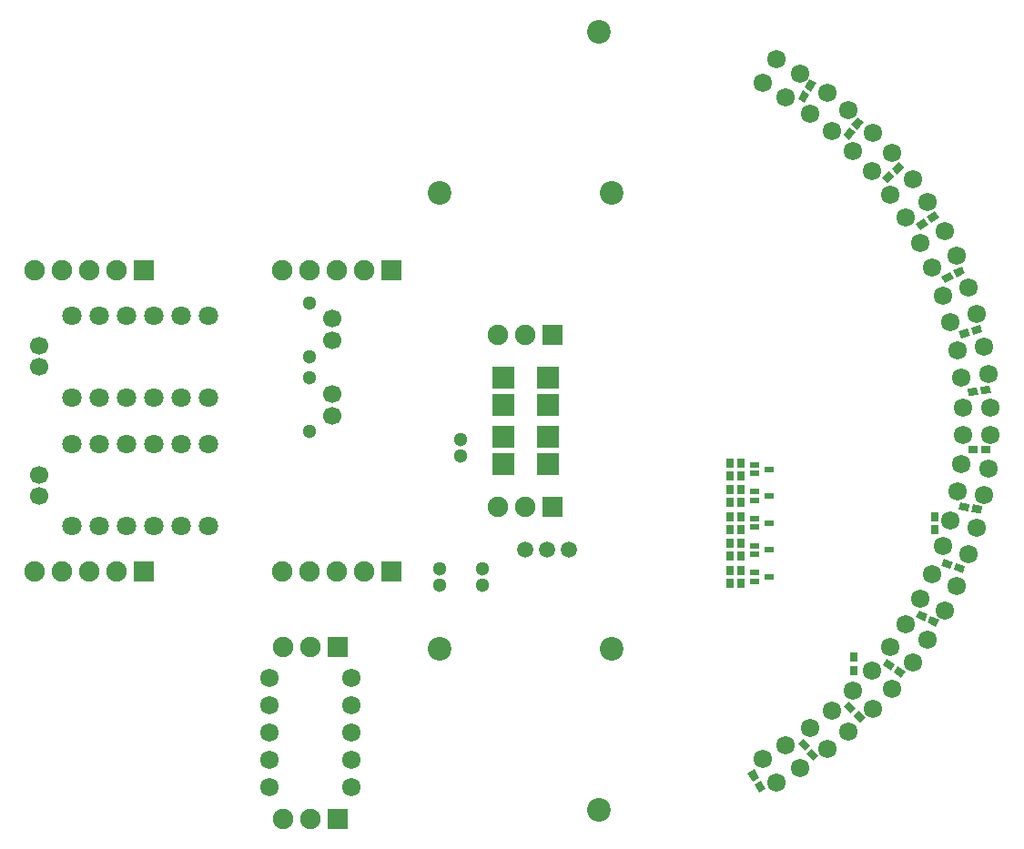
<source format=gbs>
G04 #@! TF.FileFunction,Soldermask,Bot*
%FSLAX46Y46*%
G04 Gerber Fmt 4.6, Leading zero omitted, Abs format (unit mm)*
G04 Created by KiCad (PCBNEW 4.0.1-stable) date 2018/06/25 22:31:08*
%MOMM*%
G01*
G04 APERTURE LIST*
%ADD10C,0.100000*%
%ADD11C,1.700000*%
%ADD12C,1.300000*%
%ADD13R,0.700000X0.900000*%
%ADD14R,0.900000X0.700000*%
%ADD15C,1.724000*%
%ADD16R,2.000000X2.000000*%
%ADD17R,0.900000X0.620000*%
%ADD18R,1.900000X1.900000*%
%ADD19O,1.900000X1.900000*%
%ADD20C,1.800000*%
%ADD21C,1.500000*%
%ADD22C,2.200000*%
G04 APERTURE END LIST*
D10*
D11*
X68000000Y-81500000D03*
X68000000Y-79500000D03*
D12*
X65900000Y-83000000D03*
X65900000Y-78000000D03*
D13*
X105000000Y-92900000D03*
X105000000Y-94100000D03*
X105000000Y-97900000D03*
X105000000Y-99100000D03*
X106000000Y-96600000D03*
X106000000Y-95400000D03*
X106000000Y-99100000D03*
X106000000Y-97900000D03*
X106000000Y-94100000D03*
X106000000Y-92900000D03*
D10*
G36*
X119662316Y-66867417D02*
X119189403Y-66351323D01*
X119852952Y-65743291D01*
X120325865Y-66259385D01*
X119662316Y-66867417D01*
X119662316Y-66867417D01*
G37*
G36*
X120547048Y-66056709D02*
X120074135Y-65540615D01*
X120737684Y-64932583D01*
X121210597Y-65448677D01*
X120547048Y-66056709D01*
X120547048Y-66056709D01*
G37*
G36*
X116111215Y-62836266D02*
X115567213Y-62395742D01*
X116133601Y-61696310D01*
X116677603Y-62136834D01*
X116111215Y-62836266D01*
X116111215Y-62836266D01*
G37*
G36*
X116866399Y-61903690D02*
X116322397Y-61463166D01*
X116888785Y-60763734D01*
X117432787Y-61204258D01*
X116866399Y-61903690D01*
X116866399Y-61903690D01*
G37*
G36*
X111968655Y-59382349D02*
X111365515Y-59027072D01*
X111822299Y-58251605D01*
X112425439Y-58606882D01*
X111968655Y-59382349D01*
X111968655Y-59382349D01*
G37*
G36*
X112577701Y-58348395D02*
X111974561Y-57993118D01*
X112431345Y-57217651D01*
X113034485Y-57572928D01*
X112577701Y-58348395D01*
X112577701Y-58348395D01*
G37*
G36*
X126498210Y-81341697D02*
X126293550Y-80672284D01*
X127154224Y-80409149D01*
X127358884Y-81078562D01*
X126498210Y-81341697D01*
X126498210Y-81341697D01*
G37*
G36*
X127645776Y-80990851D02*
X127441116Y-80321438D01*
X128301790Y-80058303D01*
X128506450Y-80727716D01*
X127645776Y-80990851D01*
X127645776Y-80990851D01*
G37*
G36*
X125002965Y-76167942D02*
X124701607Y-75536132D01*
X125513933Y-75148672D01*
X125815291Y-75780482D01*
X125002965Y-76167942D01*
X125002965Y-76167942D01*
G37*
G36*
X126086067Y-75651328D02*
X125784709Y-75019518D01*
X126597035Y-74632058D01*
X126898393Y-75263868D01*
X126086067Y-75651328D01*
X126086067Y-75651328D01*
G37*
G36*
X122725228Y-71277316D02*
X122333793Y-70696990D01*
X123079926Y-70193716D01*
X123471361Y-70774042D01*
X122725228Y-71277316D01*
X122725228Y-71277316D01*
G37*
G36*
X123720074Y-70606284D02*
X123328639Y-70025958D01*
X124074772Y-69522684D01*
X124466207Y-70103010D01*
X123720074Y-70606284D01*
X123720074Y-70606284D01*
G37*
G36*
X126309800Y-97290955D02*
X126413266Y-96598644D01*
X127303380Y-96731673D01*
X127199914Y-97423984D01*
X126309800Y-97290955D01*
X126309800Y-97290955D01*
G37*
G36*
X127496620Y-97468327D02*
X127600086Y-96776016D01*
X128490200Y-96909045D01*
X128386734Y-97601356D01*
X127496620Y-97468327D01*
X127496620Y-97468327D01*
G37*
D14*
X127600000Y-91700000D03*
X128800000Y-91700000D03*
D10*
G36*
X127213266Y-86701356D02*
X127109800Y-86009045D01*
X127999914Y-85876016D01*
X128103380Y-86568327D01*
X127213266Y-86701356D01*
X127213266Y-86701356D01*
G37*
G36*
X128400086Y-86523984D02*
X128296620Y-85831673D01*
X129186734Y-85698644D01*
X129290200Y-86390955D01*
X128400086Y-86523984D01*
X128400086Y-86523984D01*
G37*
D13*
X105000000Y-95400000D03*
X105000000Y-96600000D03*
X105000000Y-100400000D03*
X105000000Y-101600000D03*
X105000000Y-102900000D03*
X105000000Y-104100000D03*
X106000000Y-101600000D03*
X106000000Y-100400000D03*
X106000000Y-104100000D03*
X106000000Y-102900000D03*
X124100000Y-97900000D03*
X124100000Y-99100000D03*
X116500000Y-111000000D03*
X116500000Y-112200000D03*
D10*
G36*
X119233793Y-111703010D02*
X119625228Y-111122684D01*
X120371361Y-111625958D01*
X119979926Y-112206284D01*
X119233793Y-111703010D01*
X119233793Y-111703010D01*
G37*
G36*
X120228639Y-112374042D02*
X120620074Y-111793716D01*
X121366207Y-112296990D01*
X120974772Y-112877316D01*
X120228639Y-112374042D01*
X120228639Y-112374042D01*
G37*
G36*
X122301607Y-107263868D02*
X122602965Y-106632058D01*
X123415291Y-107019518D01*
X123113933Y-107651328D01*
X122301607Y-107263868D01*
X122301607Y-107263868D01*
G37*
G36*
X123384709Y-107780482D02*
X123686067Y-107148672D01*
X124498393Y-107536132D01*
X124197035Y-108167942D01*
X123384709Y-107780482D01*
X123384709Y-107780482D01*
G37*
G36*
X124693550Y-102527716D02*
X124898210Y-101858303D01*
X125758884Y-102121438D01*
X125554224Y-102790851D01*
X124693550Y-102527716D01*
X124693550Y-102527716D01*
G37*
G36*
X125841116Y-102878562D02*
X126045776Y-102209149D01*
X126906450Y-102472284D01*
X126701790Y-103141697D01*
X125841116Y-102878562D01*
X125841116Y-102878562D01*
G37*
G36*
X106665515Y-121772928D02*
X107268655Y-121417651D01*
X107725439Y-122193118D01*
X107122299Y-122548395D01*
X106665515Y-121772928D01*
X106665515Y-121772928D01*
G37*
G36*
X107274561Y-122806882D02*
X107877701Y-122451605D01*
X108334485Y-123227072D01*
X107731345Y-123582349D01*
X107274561Y-122806882D01*
X107274561Y-122806882D01*
G37*
G36*
X111367213Y-119004258D02*
X111911215Y-118563734D01*
X112477603Y-119263166D01*
X111933601Y-119703690D01*
X111367213Y-119004258D01*
X111367213Y-119004258D01*
G37*
G36*
X112122397Y-119936834D02*
X112666399Y-119496310D01*
X113232787Y-120195742D01*
X112688785Y-120636266D01*
X112122397Y-119936834D01*
X112122397Y-119936834D01*
G37*
G36*
X115589403Y-115648677D02*
X116062316Y-115132583D01*
X116725865Y-115740615D01*
X116252952Y-116256709D01*
X115589403Y-115648677D01*
X115589403Y-115648677D01*
G37*
G36*
X116474135Y-116459385D02*
X116947048Y-115943291D01*
X117610597Y-116551323D01*
X117137684Y-117067417D01*
X116474135Y-116459385D01*
X116474135Y-116459385D01*
G37*
D15*
X120073203Y-64081505D03*
X118357204Y-62208820D03*
X118200518Y-65797504D03*
X116484519Y-63924819D03*
X116070666Y-60057861D03*
X114096716Y-58459387D03*
X114472192Y-62031811D03*
X112498242Y-60433337D03*
X111517362Y-56670026D03*
X109328824Y-55380878D03*
X110228214Y-58858564D03*
X108039676Y-57569416D03*
X127968695Y-79025442D03*
X127226071Y-76596428D03*
X125539681Y-79768066D03*
X124797057Y-77339052D03*
X126088288Y-73670623D03*
X124994790Y-71378057D03*
X123795722Y-74764121D03*
X122702224Y-72471555D03*
X123437043Y-68652566D03*
X122016693Y-66546810D03*
X121331287Y-70072916D03*
X119910937Y-67967160D03*
X128661519Y-95912716D03*
X129036955Y-93400616D03*
X126149419Y-95537280D03*
X126524855Y-93025180D03*
X129269600Y-90270000D03*
X129269600Y-87730000D03*
X126729600Y-90270000D03*
X126729600Y-87730000D03*
X129036955Y-84599384D03*
X128661519Y-82087284D03*
X126524855Y-84974820D03*
X126149419Y-82462720D03*
X122016693Y-111453370D03*
X123437043Y-109347614D03*
X119910937Y-110033020D03*
X121331287Y-107927264D03*
X124994790Y-106621943D03*
X126088288Y-104329377D03*
X122702224Y-105528445D03*
X123795722Y-103235879D03*
X127226071Y-101403572D03*
X127968695Y-98974558D03*
X124797057Y-100660948D03*
X125539681Y-98231934D03*
X109328824Y-122619122D03*
X111517362Y-121329974D03*
X108039676Y-120430584D03*
X110228214Y-119141436D03*
X114096716Y-119540613D03*
X116070666Y-117942139D03*
X112498242Y-117566663D03*
X114472192Y-115968189D03*
X118357204Y-115791180D03*
X120073203Y-113918495D03*
X116484519Y-114075181D03*
X118200518Y-112202496D03*
D16*
X88100000Y-90450000D03*
X83900000Y-90450000D03*
X88100000Y-84950000D03*
X83900000Y-84950000D03*
X83900000Y-93050000D03*
X88100000Y-93050000D03*
X83899600Y-87550000D03*
X88099600Y-87550000D03*
D17*
X108650000Y-93500000D03*
X107350000Y-93900000D03*
X107350000Y-93100000D03*
X108650000Y-96000000D03*
X107350000Y-96400000D03*
X107350000Y-95600000D03*
X108650000Y-98500000D03*
X107350000Y-98900000D03*
X107350000Y-98100000D03*
X108650000Y-101000000D03*
X107350000Y-101400000D03*
X107350000Y-100600000D03*
X108650000Y-103500000D03*
X107350000Y-103900000D03*
X107350000Y-103100000D03*
D18*
X73500000Y-75000000D03*
D19*
X70960000Y-75000000D03*
X68420000Y-75000000D03*
X65880000Y-75000000D03*
X63340000Y-75000000D03*
D18*
X50500000Y-75000000D03*
D19*
X47960000Y-75000000D03*
X45420000Y-75000000D03*
X42880000Y-75000000D03*
X40340000Y-75000000D03*
D18*
X50500000Y-103000000D03*
D19*
X47960000Y-103000000D03*
X45420000Y-103000000D03*
X42880000Y-103000000D03*
X40340000Y-103000000D03*
D18*
X73500000Y-103000000D03*
D19*
X70960000Y-103000000D03*
X68420000Y-103000000D03*
X65880000Y-103000000D03*
X63340000Y-103000000D03*
D20*
X43850000Y-98810000D03*
X46390000Y-98810000D03*
X48930000Y-98810000D03*
X51470000Y-98810000D03*
X54010000Y-98810000D03*
X56550000Y-98810000D03*
X56550000Y-91190000D03*
X54010000Y-91190000D03*
X51470000Y-91190000D03*
X48930000Y-91190000D03*
X46390000Y-91190000D03*
X43850000Y-91190000D03*
X43850000Y-86810000D03*
X46390000Y-86810000D03*
X48930000Y-86810000D03*
X51470000Y-86810000D03*
X54010000Y-86810000D03*
X56550000Y-86810000D03*
X56550000Y-79190000D03*
X54010000Y-79190000D03*
X51470000Y-79190000D03*
X48930000Y-79190000D03*
X46390000Y-79190000D03*
X43850000Y-79190000D03*
D15*
X69810000Y-118000000D03*
X69810000Y-120540000D03*
X69810000Y-123080000D03*
X69810000Y-115460000D03*
X69810000Y-112920000D03*
X62190000Y-112920000D03*
X62190000Y-115460000D03*
X62190000Y-118000000D03*
X62190000Y-120540000D03*
X62190000Y-123080000D03*
D12*
X78000000Y-104250000D03*
X78000000Y-102750000D03*
X82000000Y-104250000D03*
X82000000Y-102750000D03*
D11*
X68000000Y-88500000D03*
X68000000Y-86500000D03*
D12*
X65900000Y-90000000D03*
X65900000Y-85000000D03*
D18*
X88539600Y-81000000D03*
D19*
X85999600Y-81000000D03*
X83459600Y-81000000D03*
D18*
X68540000Y-110000000D03*
D19*
X66000000Y-110000000D03*
X63460000Y-110000000D03*
D18*
X68540000Y-126000000D03*
D19*
X66000000Y-126000000D03*
X63460000Y-126000000D03*
D18*
X88539600Y-97000000D03*
D19*
X85999600Y-97000000D03*
X83459600Y-97000000D03*
D11*
X40800000Y-84000000D03*
X40800000Y-82000000D03*
X40800000Y-96000000D03*
X40800000Y-94000000D03*
D21*
X90000000Y-101000000D03*
X88000000Y-101000000D03*
X86000000Y-101000000D03*
D12*
X80000000Y-92250000D03*
X80000000Y-90750000D03*
D22*
X93999200Y-67800000D03*
X78000000Y-67800000D03*
X92799200Y-125200000D03*
X93999200Y-110200000D03*
X78000000Y-110200000D03*
X92799200Y-52800000D03*
M02*

</source>
